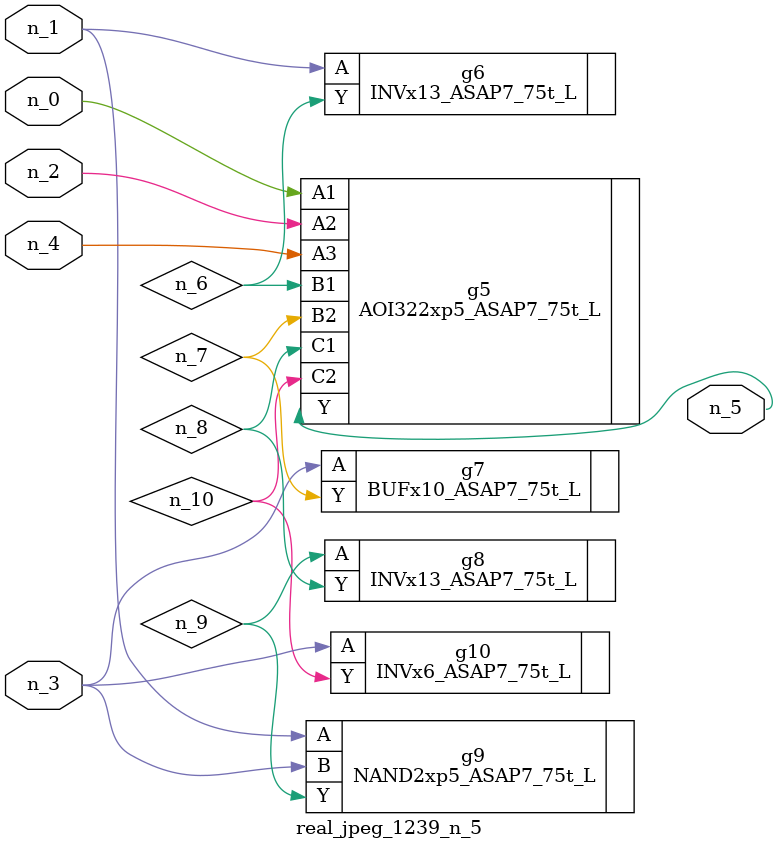
<source format=v>
module real_jpeg_1239_n_5 (n_4, n_0, n_1, n_2, n_3, n_5);

input n_4;
input n_0;
input n_1;
input n_2;
input n_3;

output n_5;

wire n_8;
wire n_6;
wire n_7;
wire n_10;
wire n_9;

AOI322xp5_ASAP7_75t_L g5 ( 
.A1(n_0),
.A2(n_2),
.A3(n_4),
.B1(n_6),
.B2(n_7),
.C1(n_8),
.C2(n_10),
.Y(n_5)
);

INVx13_ASAP7_75t_L g6 ( 
.A(n_1),
.Y(n_6)
);

NAND2xp5_ASAP7_75t_L g9 ( 
.A(n_1),
.B(n_3),
.Y(n_9)
);

BUFx10_ASAP7_75t_L g7 ( 
.A(n_3),
.Y(n_7)
);

INVx6_ASAP7_75t_L g10 ( 
.A(n_3),
.Y(n_10)
);

INVx13_ASAP7_75t_L g8 ( 
.A(n_9),
.Y(n_8)
);


endmodule
</source>
